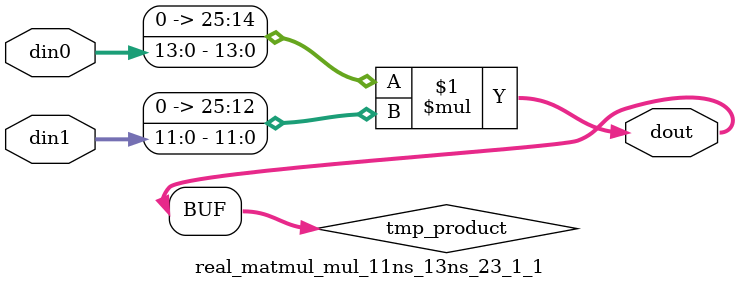
<source format=v>

`timescale 1 ns / 1 ps

  module real_matmul_mul_11ns_13ns_23_1_1(din0, din1, dout);
parameter ID = 1;
parameter NUM_STAGE = 0;
parameter din0_WIDTH = 14;
parameter din1_WIDTH = 12;
parameter dout_WIDTH = 26;

input [din0_WIDTH - 1 : 0] din0; 
input [din1_WIDTH - 1 : 0] din1; 
output [dout_WIDTH - 1 : 0] dout;

wire signed [dout_WIDTH - 1 : 0] tmp_product;










assign tmp_product = $signed({1'b0, din0}) * $signed({1'b0, din1});











assign dout = tmp_product;







endmodule

</source>
